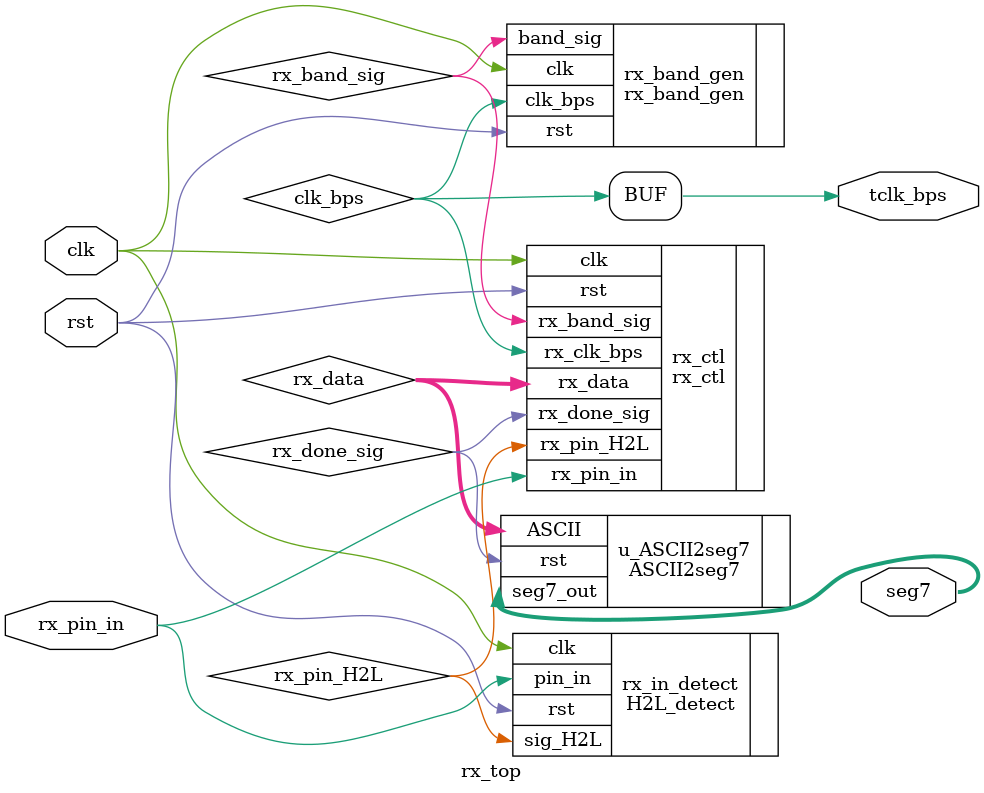
<source format=v>
`timescale 1ns / 1ps
module rx_top(
    input clk,
    input rst,
    input rx_pin_in,
    output [7:0] seg7,
	 output tclk_bps
    //output [7: 0] rx_data,
    //output rx_done_sig
    ) ;
    wire rx_pin_H2L;
	 assign tclk_bps = clk_bps;
    H2L_detect rx_in_detect(
        .clk( clk ),
        .rst( rst ),
        .pin_in( rx_pin_in ),
        .sig_H2L( rx_pin_H2L )
    );
    wire rx_band_sig;
    wire clk_bps;
    rx_band_gen rx_band_gen(
        .clk( clk ),
        .rst( rst ),
        .band_sig( rx_band_sig ),
        .clk_bps( clk_bps )
    );
    wire [7:0] rx_data;
    rx_ctl rx_ctl(
        .clk( clk ),
        .rst( rst ),
        .rx_pin_in( rx_pin_in ),
        .rx_pin_H2L( rx_pin_H2L ),
        .rx_band_sig( rx_band_sig ),
        .rx_clk_bps( clk_bps ),
        .rx_data( rx_data ),
        .rx_done_sig( rx_done_sig )
    );
    ASCII2seg7 u_ASCII2seg7(
        .rst( rx_done_sig ),
        .ASCII( rx_data ),
        .seg7_out(seg7)
    );
endmodule
</source>
